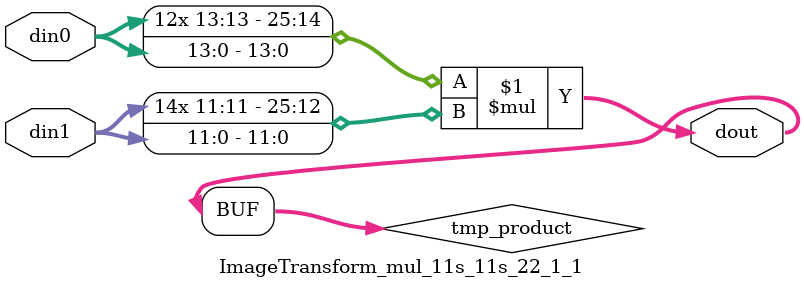
<source format=v>

`timescale 1 ns / 1 ps

  module ImageTransform_mul_11s_11s_22_1_1(din0, din1, dout);
parameter ID = 1;
parameter NUM_STAGE = 0;
parameter din0_WIDTH = 14;
parameter din1_WIDTH = 12;
parameter dout_WIDTH = 26;

input [din0_WIDTH - 1 : 0] din0; 
input [din1_WIDTH - 1 : 0] din1; 
output [dout_WIDTH - 1 : 0] dout;

wire signed [dout_WIDTH - 1 : 0] tmp_product;













assign tmp_product = $signed(din0) * $signed(din1);








assign dout = tmp_product;







endmodule

</source>
